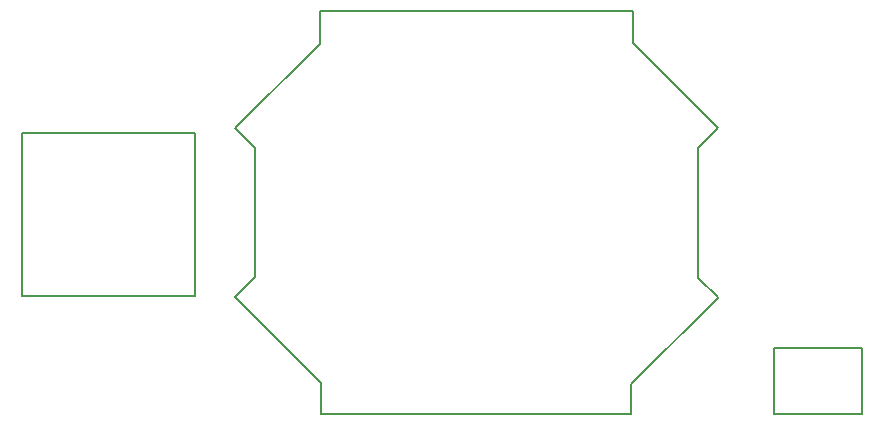
<source format=gm1>
G04 #@! TF.FileFunction,Profile,NP*
%FSLAX46Y46*%
G04 Gerber Fmt 4.6, Leading zero omitted, Abs format (unit mm)*
G04 Created by KiCad (PCBNEW 4.0.7-e2-6376~58~ubuntu16.04.1) date Fri Aug  3 14:44:38 2018*
%MOMM*%
%LPD*%
G01*
G04 APERTURE LIST*
%ADD10C,0.100000*%
%ADD11C,0.150000*%
G04 APERTURE END LIST*
D10*
D11*
X171650000Y-114050000D02*
X164200000Y-114050000D01*
X171650000Y-108475000D02*
X171650000Y-114050000D01*
X164200000Y-108475000D02*
X171650000Y-108475000D01*
X164200000Y-114050000D02*
X164200000Y-108475000D01*
X100525000Y-90250000D02*
X100600000Y-90250000D01*
X100525000Y-104075000D02*
X100525000Y-90250000D01*
X115150000Y-104075000D02*
X100525000Y-104075000D01*
X115150000Y-90250000D02*
X115150000Y-104075000D01*
X100600000Y-90250000D02*
X115150000Y-90250000D01*
X125840000Y-111460000D02*
X125750000Y-111370000D01*
X125840000Y-114050000D02*
X125840000Y-111460000D01*
X118550000Y-104170000D02*
X125750000Y-111370000D01*
X118550000Y-104170000D02*
X120240000Y-102480000D01*
X152120000Y-114050000D02*
X125840000Y-114050000D01*
X152120000Y-111500000D02*
X152120000Y-114050000D01*
X159420000Y-104200000D02*
X152120000Y-111500000D01*
X159420000Y-104160000D02*
X159420000Y-104200000D01*
X157770000Y-102510000D02*
X159420000Y-104160000D01*
X157770000Y-91520000D02*
X157770000Y-102510000D01*
X159450000Y-89840000D02*
X157770000Y-91520000D01*
X152250000Y-82640000D02*
X159450000Y-89840000D01*
X152250000Y-79940000D02*
X152250000Y-82640000D01*
X125730000Y-79940000D02*
X152250000Y-79940000D01*
X125730000Y-82700000D02*
X125730000Y-79940000D01*
X118580000Y-89850000D02*
X125730000Y-82700000D01*
X120240000Y-91510000D02*
X118580000Y-89850000D01*
X120240000Y-102480000D02*
X120240000Y-91510000D01*
M02*

</source>
